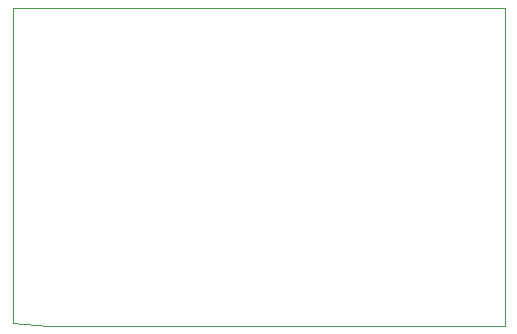
<source format=gm1>
G04 #@! TF.GenerationSoftware,KiCad,Pcbnew,(5.1.4)-1*
G04 #@! TF.CreationDate,2019-08-31T10:18:48-07:00*
G04 #@! TF.ProjectId,regulator_clock,72656775-6c61-4746-9f72-5f636c6f636b,rev?*
G04 #@! TF.SameCoordinates,Original*
G04 #@! TF.FileFunction,Profile,NP*
%FSLAX46Y46*%
G04 Gerber Fmt 4.6, Leading zero omitted, Abs format (unit mm)*
G04 Created by KiCad (PCBNEW (5.1.4)-1) date 2019-08-31 10:18:48*
%MOMM*%
%LPD*%
G04 APERTURE LIST*
%ADD10C,0.050000*%
G04 APERTURE END LIST*
D10*
X84328000Y-95504000D02*
X81280000Y-95250000D01*
X81280000Y-68580000D02*
X81280000Y-95250000D01*
X84328000Y-68580000D02*
X81280000Y-68580000D01*
X122936000Y-68580000D02*
X84328000Y-68580000D01*
X122936000Y-95504000D02*
X122936000Y-68580000D01*
X84328000Y-95504000D02*
X122936000Y-95504000D01*
M02*

</source>
